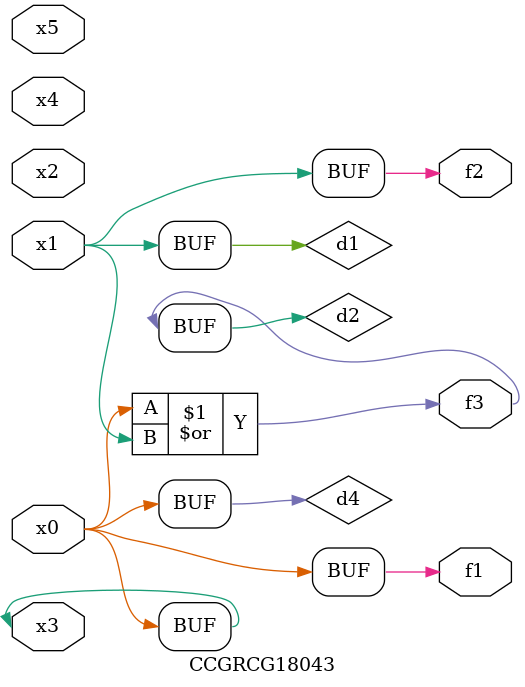
<source format=v>
module CCGRCG18043(
	input x0, x1, x2, x3, x4, x5,
	output f1, f2, f3
);

	wire d1, d2, d3, d4;

	and (d1, x1);
	or (d2, x0, x1);
	nand (d3, x0, x5);
	buf (d4, x0, x3);
	assign f1 = d4;
	assign f2 = d1;
	assign f3 = d2;
endmodule

</source>
